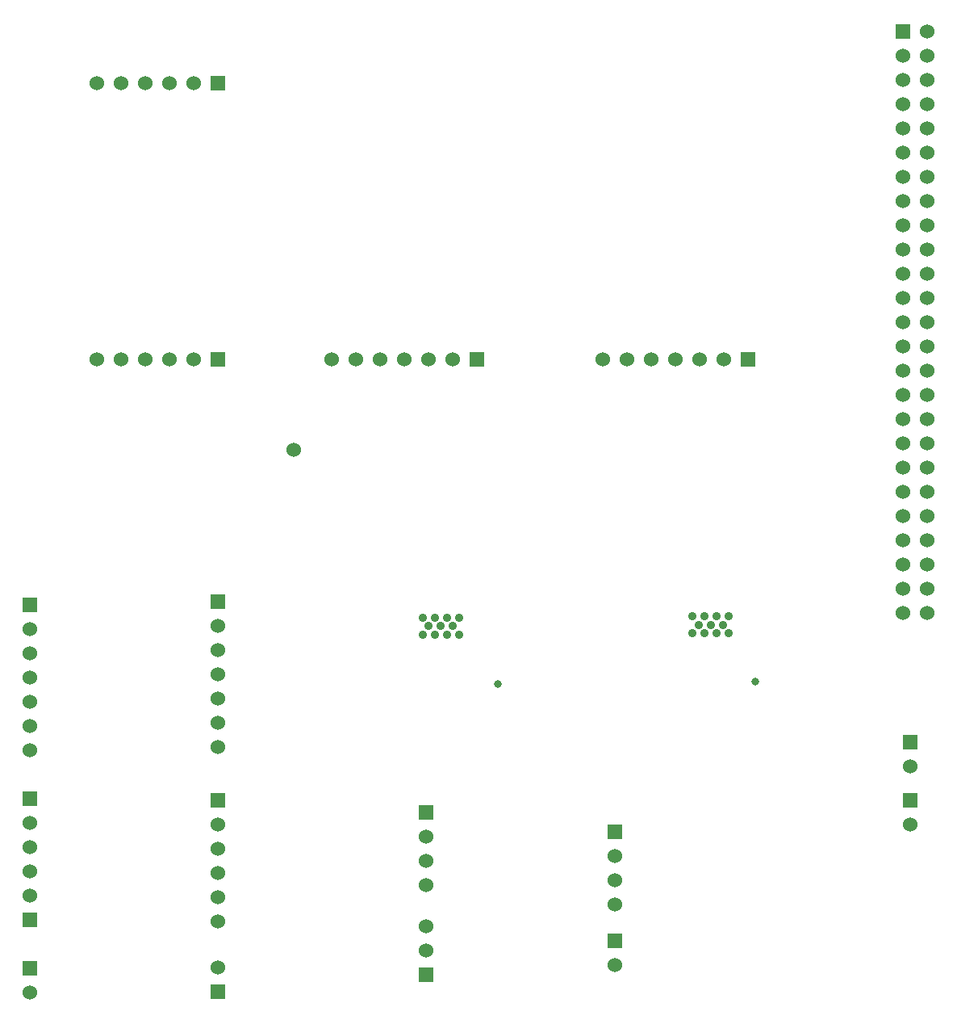
<source format=gbs>
G04 (created by PCBNEW (2013-05-18 BZR 4017)-stable) date Mon 15 Dec 2014 14:04:20 GMT*
%MOIN*%
G04 Gerber Fmt 3.4, Leading zero omitted, Abs format*
%FSLAX34Y34*%
G01*
G70*
G90*
G04 APERTURE LIST*
%ADD10C,0.00590551*%
%ADD11C,0.0315*%
%ADD12C,0.06*%
%ADD13R,0.06X0.06*%
%ADD14C,0.0354*%
G04 APERTURE END LIST*
G54D10*
G54D11*
X52150Y-46600D03*
X62800Y-46500D03*
G54D12*
X43708Y-36904D03*
G54D13*
X40600Y-43200D03*
G54D12*
X40600Y-44200D03*
X40600Y-45200D03*
X40600Y-46200D03*
X40600Y-47200D03*
X40600Y-48200D03*
X40600Y-49200D03*
G54D13*
X32829Y-43313D03*
G54D12*
X32829Y-44313D03*
X32829Y-45313D03*
X32829Y-46313D03*
X32829Y-47313D03*
X32829Y-48313D03*
X32829Y-49313D03*
G54D13*
X62500Y-33200D03*
G54D12*
X61500Y-33200D03*
X60500Y-33200D03*
X59500Y-33200D03*
X58500Y-33200D03*
X57500Y-33200D03*
X56500Y-33200D03*
G54D13*
X51300Y-33200D03*
G54D12*
X50300Y-33200D03*
X49300Y-33200D03*
X48300Y-33200D03*
X47300Y-33200D03*
X46300Y-33200D03*
X45300Y-33200D03*
G54D13*
X40600Y-21800D03*
G54D12*
X39600Y-21800D03*
X38600Y-21800D03*
X37600Y-21800D03*
X36600Y-21800D03*
X35600Y-21800D03*
G54D13*
X57000Y-52700D03*
G54D12*
X57000Y-53700D03*
X57000Y-54700D03*
X57000Y-55700D03*
G54D13*
X49200Y-51900D03*
G54D12*
X49200Y-52900D03*
X49200Y-53900D03*
X49200Y-54900D03*
G54D13*
X32829Y-58313D03*
G54D12*
X32829Y-59313D03*
G54D13*
X57000Y-57200D03*
G54D12*
X57000Y-58200D03*
G54D13*
X69200Y-51400D03*
G54D12*
X69200Y-52400D03*
G54D13*
X69200Y-49000D03*
G54D12*
X69200Y-50000D03*
G54D13*
X68874Y-19639D03*
G54D12*
X69874Y-19639D03*
X68874Y-24639D03*
X69874Y-20639D03*
X68874Y-25639D03*
X69874Y-21639D03*
X68874Y-26639D03*
X69874Y-22639D03*
X68874Y-27639D03*
X69874Y-23639D03*
X68874Y-28639D03*
X69874Y-24639D03*
X68874Y-29639D03*
X69874Y-25639D03*
X68874Y-30639D03*
X69874Y-26639D03*
X68874Y-31639D03*
X69874Y-27639D03*
X68874Y-32639D03*
X69874Y-28639D03*
X68874Y-33639D03*
X69874Y-29639D03*
X68874Y-34639D03*
X69874Y-30639D03*
X69874Y-31639D03*
X68874Y-35639D03*
X69874Y-32639D03*
X69874Y-34639D03*
X69874Y-35639D03*
X69874Y-36639D03*
X69874Y-37639D03*
X68874Y-36639D03*
X68874Y-37639D03*
X68874Y-20639D03*
X68874Y-21639D03*
X68874Y-22639D03*
X68874Y-23639D03*
X68874Y-38639D03*
X69874Y-38639D03*
X69874Y-33639D03*
X68874Y-39639D03*
X69874Y-39639D03*
X68874Y-40639D03*
X69874Y-40639D03*
X68874Y-41639D03*
X69874Y-41639D03*
X68874Y-42639D03*
X69874Y-42639D03*
X68874Y-43639D03*
X69874Y-43639D03*
G54D13*
X32829Y-51313D03*
G54D12*
X32829Y-52313D03*
X32829Y-53313D03*
X32829Y-54313D03*
G54D13*
X32829Y-56313D03*
G54D12*
X32829Y-55313D03*
G54D13*
X40600Y-33200D03*
G54D12*
X39600Y-33200D03*
X38600Y-33200D03*
X37600Y-33200D03*
X36600Y-33200D03*
X35600Y-33200D03*
G54D13*
X40600Y-51400D03*
G54D12*
X40600Y-52400D03*
X40600Y-53400D03*
X40600Y-54400D03*
X40600Y-55400D03*
X40600Y-56400D03*
G54D13*
X49200Y-58600D03*
G54D12*
X49200Y-57600D03*
X49200Y-56600D03*
G54D13*
X40600Y-59300D03*
G54D12*
X40600Y-58300D03*
G54D14*
X49050Y-43850D03*
X49550Y-43850D03*
X50050Y-43850D03*
X50550Y-43850D03*
X49300Y-44200D03*
X49800Y-44200D03*
X50300Y-44200D03*
X49050Y-44550D03*
X49550Y-44550D03*
X50050Y-44550D03*
X50550Y-44550D03*
X60200Y-43800D03*
X60700Y-43800D03*
X61200Y-43800D03*
X61700Y-43800D03*
X60450Y-44150D03*
X60950Y-44150D03*
X61450Y-44150D03*
X60200Y-44500D03*
X60700Y-44500D03*
X61200Y-44500D03*
X61700Y-44500D03*
M02*

</source>
